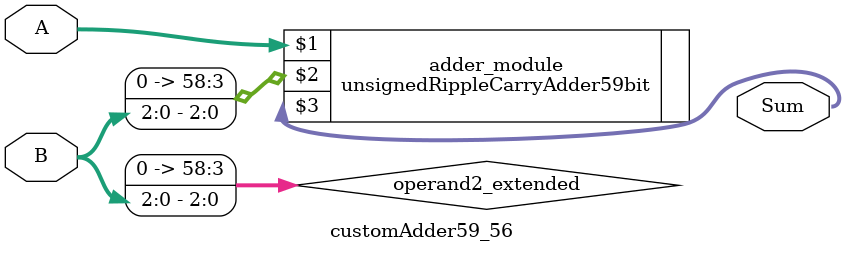
<source format=v>
module customAdder59_56(
                        input [58 : 0] A,
                        input [2 : 0] B,
                        
                        output [59 : 0] Sum
                );

        wire [58 : 0] operand2_extended;
        
        assign operand2_extended =  {56'b0, B};
        
        unsignedRippleCarryAdder59bit adder_module(
            A,
            operand2_extended,
            Sum
        );
        
        endmodule
        
</source>
